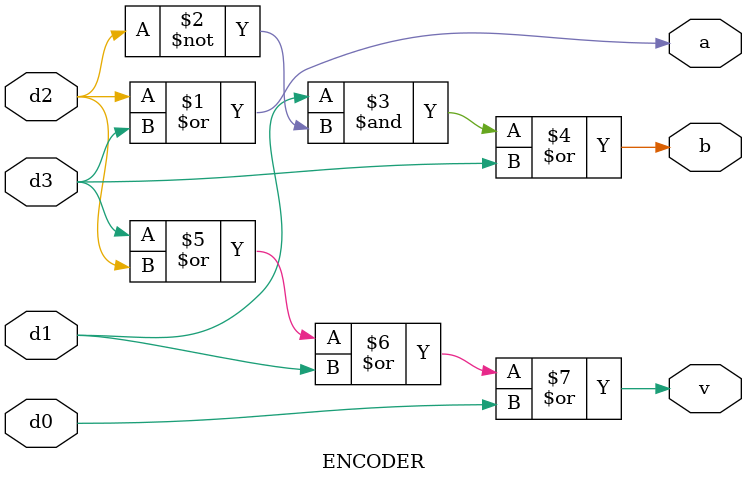
<source format=v>
`timescale 1ns / 1ps


module ENCODER(
    input d0,d1,d2,d3,
    output a,b,v
    );
    
    assign a = d2|d3;
    assign b = (d1&(~d2))|d3;
    assign v = d3|d2|d1|d0;
    
endmodule
</source>
